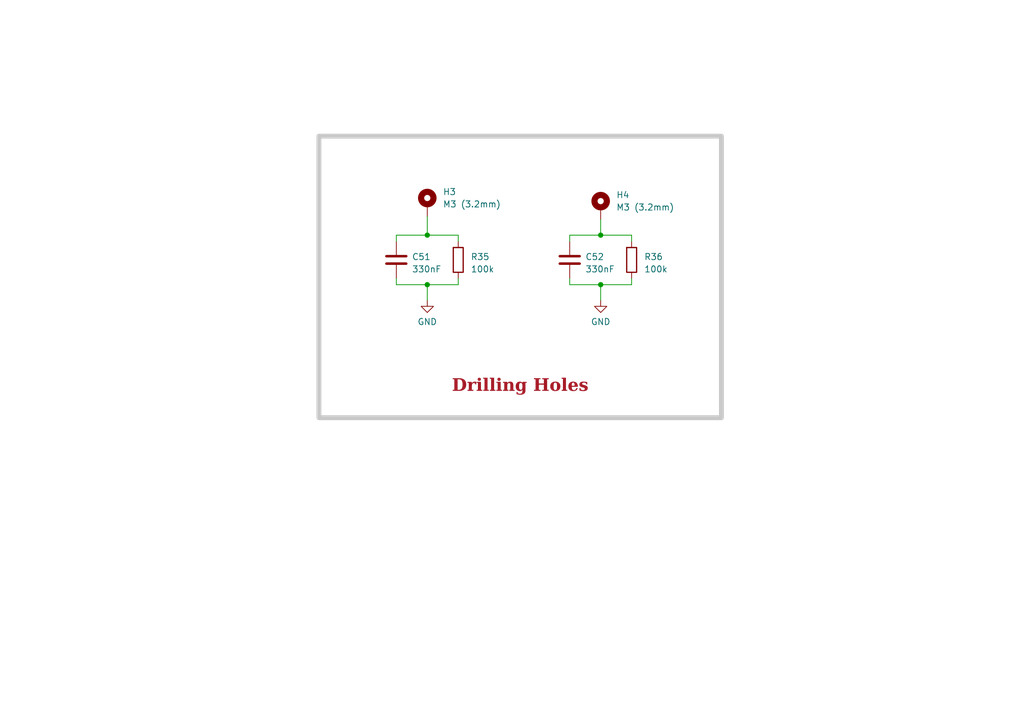
<source format=kicad_sch>
(kicad_sch (version 20230121) (generator eeschema)
  (paper "A5")
  (lib_symbols
    (symbol "Device:C" (pin_numbers hide) (pin_names (offset 0.254))
      (property "Reference" "C" (at 0.635 2.54 0))
      (property "Value" "C" (at 0.635 -2.54 0))
      (symbol "C_0_1"
        (polyline (pts (xy -2.032 -0.762) (xy 2.032 -0.762)) (stroke (width 0.508)))
        (polyline (pts (xy -2.032 0.762) (xy 2.032 0.762)) (stroke (width 0.508)))
      )
      (symbol "C_1_1"
        (pin passive line (at 0 3.81 270) (length 2.794) (name "~") (number "1"))
        (pin passive line (at 0 -3.81 90) (length 2.794) (name "~") (number "2"))
      )
    )
    (symbol "Device:R" (pin_numbers hide) (pin_names (offset 0))
      (property "Reference" "R" (at 2.032 0 90))
      (property "Value" "R" (at 0 0 90))
      (symbol "R_0_1"
        (rectangle (start -1.016 -2.54) (end 1.016 2.54) (stroke (width 0.254)))
      )
      (symbol "R_1_1"
        (pin passive line (at 0 3.81 270) (length 1.27) (name "~") (number "1"))
        (pin passive line (at 0 -3.81 90) (length 1.27) (name "~") (number "2"))
      )
    )
    (symbol "Mechanical:MountingHole_Pad" (pin_numbers hide) (pin_names (offset 1.016) hide)
      (property "Reference" "H" (at 0 6.35 0))
      (property "Value" "MountingHole_Pad" (at 0 4.445 0))
      (symbol "MountingHole_Pad_0_1"
        (circle (center 0 1.27) (radius 1.27) (stroke (width 1.27)))
      )
      (symbol "MountingHole_Pad_1_1"
        (pin input line (at 0 -2.54 90) (length 2.54) (name "1") (number "1"))
      )
    )
    (symbol "power:GND" (power) (pin_names (offset 0))
      (property "Value" "GND" (at 0 -3.81 0))
      (symbol "GND_0_1"
        (polyline (pts (xy 0 0) (xy 0 -1.27) (xy 1.27 -1.27) (xy 0 -2.54) (xy -1.27 -1.27) (xy 0 -1.27)))
      )
      (symbol "GND_1_1"
        (pin power_in line (at 0 0 270) (length 0) hide (name "GND") (number "1"))
      )
    )
  )
  (junction (at 87.63 58.42))
  (junction (at 123.19 48.26))
  (junction (at 123.19 58.42))
  (junction (at 87.63 48.26))
  (wire (pts (xy 81.28 58.42) (xy 87.63 58.42)))
  (wire (pts (xy 116.84 58.42) (xy 123.19 58.42)))
  (wire (pts (xy 81.28 48.26) (xy 81.28 49.53)))
  (wire (pts (xy 81.28 57.15) (xy 81.28 58.42)))
  (wire (pts (xy 123.19 48.26) (xy 129.54 48.26)))
  (wire (pts (xy 87.63 48.26) (xy 93.98 48.26)))
  (wire (pts (xy 93.98 58.42) (xy 93.98 57.15)))
  (wire (pts (xy 87.63 44.45) (xy 87.63 48.26)))
  (wire (pts (xy 87.63 48.26) (xy 81.28 48.26)))
  (wire (pts (xy 116.84 57.15) (xy 116.84 58.42)))
  (wire (pts (xy 123.19 58.42) (xy 129.54 58.42)))
  (wire (pts (xy 87.63 58.42) (xy 87.63 61.595)))
  (wire (pts (xy 93.98 48.26) (xy 93.98 49.53)))
  (wire (pts (xy 116.84 48.26) (xy 116.84 49.53)))
  (wire (pts (xy 123.19 48.26) (xy 116.84 48.26)))
  (wire (pts (xy 129.54 58.42) (xy 129.54 57.15)))
  (wire (pts (xy 123.19 58.42) (xy 123.19 61.595)))
  (wire (pts (xy 123.19 45.085) (xy 123.19 48.26)))
  (wire (pts (xy 129.54 48.26) (xy 129.54 49.53)))
  (wire (pts (xy 87.63 58.42) (xy 93.98 58.42)))
  (rectangle (start 65.405 27.94) (end 147.955 85.725) (stroke (width 1) (color 200 200 200 1)))
  (text_box "Drilling Holes" (at 65.405 74.93 0) (size 82.55 7.62) (stroke (width -0.0001)) (effects (font (size 2.54 2.54) (thickness 0.508) bold) (justify bottom)))
  (symbol (lib_id "Mechanical:MountingHole_Pad") (at 87.63 41.91 0) (unit 1) (in_bom no)
    (property "Reference" "H3" (at 90.805 39.3699 0) (effects (justify left)))
    (property "Value" "M3 (3.2mm)" (at 90.805 41.9099 0) (effects (justify left)))
    (property "Footprint" "MountingHole:MountingHole_3.2mm_M3_Pad_Via" (effects hide))
    (instances (project "SMPS_legged_robot_module" (path "" (reference "H3") (unit 1))) (project "nav_lower_controller" (path "" (reference "H5") (unit 1))) (project "nav_controller_interface_v2" (path "" (reference "H501") (unit 1))))
  )
  (symbol (lib_id "Device:C") (at 81.28 53.34 0) (unit 1)
    (property "Reference" "C51" (at 84.455 52.705 0) (effects (justify left)))
    (property "Value" "330nF" (at 84.455 55.245 0) (effects (justify left)))
    (property "Footprint" "Capacitor_SMD:C_0603_1608Metric" (effects hide))
    (property "Datasheet" "https://product.tdk.com/system/files/dam/doc/product/capacitor/ceramic/mlcc/catalog/mlcc_commercial_general_en.pdf?ref_disty=mouser" (effects hide))
    (property "Distributor" "Mouser" (effects hide))
    (property "Distributor ref" "810-C1608X7R1H334K" (effects hide))
    (property "Manufacturer ref" "C1608X7R1H334K080AC" (effects hide))
    (instances (project "SMPS_legged_robot_module" (path "" (reference "C51") (unit 1))) (project "nav_lower_controller" (path "" (reference "C4") (unit 1))) (project "nav_controller_interface_v2" (path "" (reference "C501") (unit 1))))
  )
  (symbol (lib_id "Device:C") (at 116.84 53.34 0) (unit 1)
    (property "Reference" "C52" (at 120.015 52.705 0) (effects (justify left)))
    (property "Value" "330nF" (at 120.015 55.245 0) (effects (justify left)))
    (property "Footprint" "Capacitor_SMD:C_0603_1608Metric" (effects hide))
    (property "Datasheet" "https://product.tdk.com/system/files/dam/doc/product/capacitor/ceramic/mlcc/catalog/mlcc_commercial_general_en.pdf?ref_disty=mouser" (effects hide))
    (property "Distributor" "Mouser" (effects hide))
    (property "Distributor ref" "810-C1608X7R1H334K" (effects hide))
    (property "Manufacturer ref" "C1608X7R1H334K080AC" (effects hide))
    (instances (project "SMPS_legged_robot_module" (path "" (reference "C52") (unit 1))) (project "nav_lower_controller" (path "" (reference "C4") (unit 1))) (project "nav_controller_interface_v2" (path "" (reference "C501") (unit 1))))
  )
  (symbol (lib_id "power:GND") (at 123.19 61.595 0) (unit 1)
    (property "Reference" "#PWR032" (effects hide))
    (property "Value" "GND" (at 123.19 66.04 0))
    (instances (project "SMPS_legged_robot_module" (path "" (reference "#PWR032") (unit 1))) (project "nav_lower_controller" (path "" (reference "#PWR023") (unit 1))) (project "nav_controller_interface_v2" (path "" (reference "#PWR0501") (unit 1))))
  )
  (symbol (lib_id "Mechanical:MountingHole_Pad") (at 123.19 42.545 0) (unit 1) (in_bom no)
    (property "Reference" "H4" (at 126.365 40.0049 0) (effects (justify left)))
    (property "Value" "M3 (3.2mm)" (at 126.365 42.5449 0) (effects (justify left)))
    (property "Footprint" "MountingHole:MountingHole_3.2mm_M3_Pad_Via" (effects hide))
    (instances (project "SMPS_legged_robot_module" (path "" (reference "H4") (unit 1))) (project "nav_lower_controller" (path "" (reference "H5") (unit 1))) (project "nav_controller_interface_v2" (path "" (reference "H501") (unit 1))))
  )
  (symbol (lib_id "power:GND") (at 87.63 61.595 0) (unit 1)
    (property "Reference" "#PWR030" (effects hide))
    (property "Value" "GND" (at 87.63 66.04 0))
    (instances (project "SMPS_legged_robot_module" (path "" (reference "#PWR030") (unit 1))) (project "nav_lower_controller" (path "" (reference "#PWR023") (unit 1))) (project "nav_controller_interface_v2" (path "" (reference "#PWR0501") (unit 1))))
  )
  (symbol (lib_id "Device:R") (at 129.54 53.34 0) (unit 1)
    (property "Reference" "R36" (at 132.08 52.705 0) (effects (justify left)))
    (property "Value" "100k" (at 132.08 55.245 0) (effects (justify left)))
    (property "Footprint" "Resistor_SMD:R_0603_1608Metric" (effects hide))
    (property "Datasheet" "https://www.mouser.ch/datasheet/2/427/crcwhpe3-1713858.pdf" (effects hide))
    (property "Distributor" "Mouser" (effects hide))
    (property "Distributor ref" "71-CRCW0603100KFKEAH" (effects hide))
    (property "Manufacturer ref" "CRCW0603100KFKEAHP" (effects hide))
    (instances (project "SMPS_legged_robot_module" (path "" (reference "R36") (unit 1))) (project "nav_lower_controller" (path "" (reference "R2") (unit 1))) (project "nav_controller_interface_v2" (path "" (reference "R501") (unit 1))))
  )
  (symbol (lib_id "Device:R") (at 93.98 53.34 0) (unit 1)
    (property "Reference" "R35" (at 96.52 52.705 0) (effects (justify left)))
    (property "Value" "100k" (at 96.52 55.245 0) (effects (justify left)))
    (property "Footprint" "Resistor_SMD:R_0603_1608Metric" (effects hide))
    (property "Datasheet" "https://www.mouser.ch/datasheet/2/427/crcwhpe3-1713858.pdf" (effects hide))
    (property "Distributor" "Mouser" (effects hide))
    (property "Distributor ref" "71-CRCW0603100KFKEAH" (effects hide))
    (property "Manufacturer ref" "CRCW0603100KFKEAHP" (effects hide))
    (instances (project "SMPS_legged_robot_module" (path "" (reference "R35") (unit 1))) (project "nav_lower_controller" (path "" (reference "R2") (unit 1))) (project "nav_controller_interface_v2" (path "" (reference "R501") (unit 1))))
  )
)
</source>
